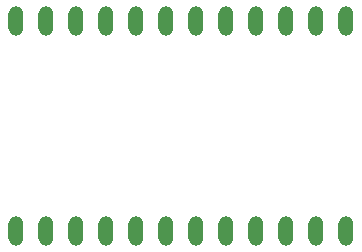
<source format=gbr>
%TF.GenerationSoftware,KiCad,Pcbnew,8.0.6*%
%TF.CreationDate,2024-11-29T18:38:07+11:00*%
%TF.ProjectId,pcb,7063622e-6b69-4636-9164-5f7063625858,rev?*%
%TF.SameCoordinates,Original*%
%TF.FileFunction,Paste,Top*%
%TF.FilePolarity,Positive*%
%FSLAX46Y46*%
G04 Gerber Fmt 4.6, Leading zero omitted, Abs format (unit mm)*
G04 Created by KiCad (PCBNEW 8.0.6) date 2024-11-29 18:38:07*
%MOMM*%
%LPD*%
G01*
G04 APERTURE LIST*
G04 Aperture macros list*
%AMRoundRect*
0 Rectangle with rounded corners*
0 $1 Rounding radius*
0 $2 $3 $4 $5 $6 $7 $8 $9 X,Y pos of 4 corners*
0 Add a 4 corners polygon primitive as box body*
4,1,4,$2,$3,$4,$5,$6,$7,$8,$9,$2,$3,0*
0 Add four circle primitives for the rounded corners*
1,1,$1+$1,$2,$3*
1,1,$1+$1,$4,$5*
1,1,$1+$1,$6,$7*
1,1,$1+$1,$8,$9*
0 Add four rect primitives between the rounded corners*
20,1,$1+$1,$2,$3,$4,$5,0*
20,1,$1+$1,$4,$5,$6,$7,0*
20,1,$1+$1,$6,$7,$8,$9,0*
20,1,$1+$1,$8,$9,$2,$3,0*%
G04 Aperture macros list end*
%ADD10RoundRect,0.635000X-0.000010X0.635000X-0.000010X-0.635000X0.000010X-0.635000X0.000010X0.635000X0*%
G04 APERTURE END LIST*
D10*
%TO.C,U1*%
X85090000Y-48180000D03*
X82550000Y-48180000D03*
X80010000Y-48180000D03*
X77470000Y-48180000D03*
X74930000Y-48180000D03*
X72390000Y-48180000D03*
X69850000Y-48180000D03*
X67310000Y-48180000D03*
X64770000Y-48180000D03*
X62230000Y-48180000D03*
X59690000Y-48180000D03*
X57150000Y-48180000D03*
X57150000Y-65960000D03*
X59690000Y-65960000D03*
X62230000Y-65960000D03*
X64770000Y-65960000D03*
X67310000Y-65960000D03*
X69850000Y-65960000D03*
X72390000Y-65960000D03*
X74930000Y-65960000D03*
X77470000Y-65960000D03*
X80010000Y-65960000D03*
X82550000Y-65960000D03*
X85090000Y-65960000D03*
%TD*%
M02*

</source>
